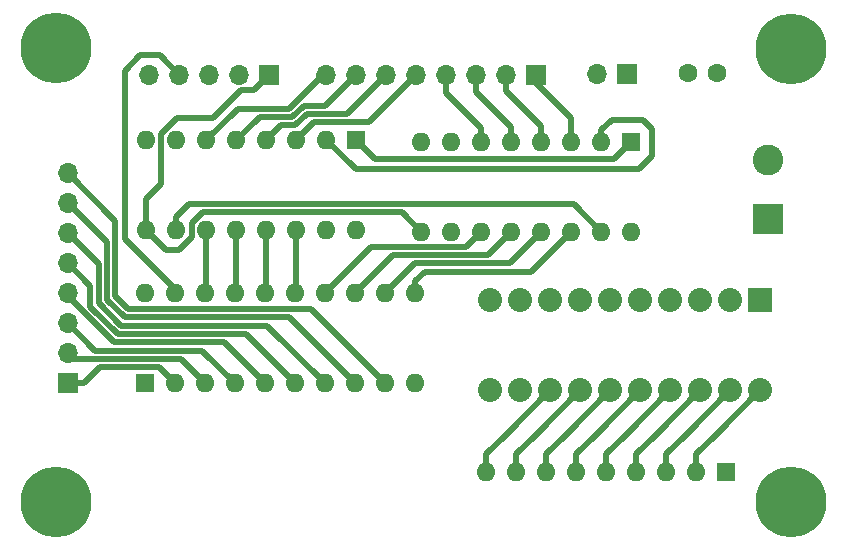
<source format=gbr>
%TF.GenerationSoftware,KiCad,Pcbnew,(5.1.9-0-10_14)*%
%TF.CreationDate,2021-06-13T16:28:19-04:00*%
%TF.ProjectId,COUNTER,434f554e-5445-4522-9e6b-696361645f70,rev?*%
%TF.SameCoordinates,Original*%
%TF.FileFunction,Copper,L1,Top*%
%TF.FilePolarity,Positive*%
%FSLAX46Y46*%
G04 Gerber Fmt 4.6, Leading zero omitted, Abs format (unit mm)*
G04 Created by KiCad (PCBNEW (5.1.9-0-10_14)) date 2021-06-13 16:28:19*
%MOMM*%
%LPD*%
G01*
G04 APERTURE LIST*
%TA.AperFunction,ComponentPad*%
%ADD10O,1.700000X1.700000*%
%TD*%
%TA.AperFunction,ComponentPad*%
%ADD11R,1.700000X1.700000*%
%TD*%
%TA.AperFunction,ComponentPad*%
%ADD12C,0.800000*%
%TD*%
%TA.AperFunction,ComponentPad*%
%ADD13C,6.000000*%
%TD*%
%TA.AperFunction,ComponentPad*%
%ADD14O,1.600000X1.600000*%
%TD*%
%TA.AperFunction,ComponentPad*%
%ADD15R,1.600000X1.600000*%
%TD*%
%TA.AperFunction,ComponentPad*%
%ADD16C,2.032000*%
%TD*%
%TA.AperFunction,ComponentPad*%
%ADD17R,2.032000X2.032000*%
%TD*%
%TA.AperFunction,ComponentPad*%
%ADD18C,2.600000*%
%TD*%
%TA.AperFunction,ComponentPad*%
%ADD19R,2.600000X2.600000*%
%TD*%
%TA.AperFunction,ComponentPad*%
%ADD20C,1.600000*%
%TD*%
%TA.AperFunction,Conductor*%
%ADD21C,0.500000*%
%TD*%
G04 APERTURE END LIST*
D10*
%TO.P,J22,5*%
%TO.N,CE*%
X88135500Y-36806000D03*
%TO.P,J22,4*%
%TO.N,OE*%
X90675500Y-36806000D03*
%TO.P,J22,3*%
%TO.N,CLOCK*%
X93215500Y-36806000D03*
%TO.P,J22,2*%
%TO.N,RESET*%
X95755500Y-36806000D03*
D11*
%TO.P,J22,1*%
%TO.N,JUMP*%
X98295500Y-36806000D03*
%TD*%
D12*
%TO.P,REF\u002A\u002A,1*%
%TO.N,N/C*%
X144082490Y-71427510D03*
X142491500Y-70768500D03*
X140900510Y-71427510D03*
X140241500Y-73018500D03*
X140900510Y-74609490D03*
X142491500Y-75268500D03*
X144082490Y-74609490D03*
X144741500Y-73018500D03*
D13*
X142491500Y-73018500D03*
%TD*%
%TO.P,REF\u002A\u002A,1*%
%TO.N,N/C*%
X80191500Y-73008500D03*
D12*
X82441500Y-73008500D03*
X81782490Y-74599490D03*
X80191500Y-75258500D03*
X78600510Y-74599490D03*
X77941500Y-73008500D03*
X78600510Y-71417510D03*
X80191500Y-70758500D03*
X81782490Y-71417510D03*
%TD*%
D13*
%TO.P,REF\u002A\u002A,1*%
%TO.N,N/C*%
X142461500Y-34608500D03*
D12*
X144711500Y-34608500D03*
X144052490Y-36199490D03*
X142461500Y-36858500D03*
X140870510Y-36199490D03*
X140211500Y-34608500D03*
X140870510Y-33017510D03*
X142461500Y-32358500D03*
X144052490Y-33017510D03*
%TD*%
%TO.P,REF\u002A\u002A,1*%
%TO.N,N/C*%
X81782490Y-32957510D03*
X80191500Y-32298500D03*
X78600510Y-32957510D03*
X77941500Y-34548500D03*
X78600510Y-36139490D03*
X80191500Y-36798500D03*
X81782490Y-36139490D03*
X82441500Y-34548500D03*
D13*
X80191500Y-34548500D03*
%TD*%
D14*
%TO.P,RN1,9*%
%TO.N,Net-(BAR1-Pad13)*%
X116641500Y-70458500D03*
%TO.P,RN1,8*%
%TO.N,Net-(BAR1-Pad14)*%
X119181500Y-70458500D03*
%TO.P,RN1,7*%
%TO.N,Net-(BAR1-Pad15)*%
X121721500Y-70458500D03*
%TO.P,RN1,6*%
%TO.N,Net-(BAR1-Pad16)*%
X124261500Y-70458500D03*
%TO.P,RN1,5*%
%TO.N,Net-(BAR1-Pad17)*%
X126801500Y-70458500D03*
%TO.P,RN1,4*%
%TO.N,Net-(BAR1-Pad18)*%
X129341500Y-70458500D03*
%TO.P,RN1,3*%
%TO.N,Net-(BAR1-Pad19)*%
X131881500Y-70458500D03*
%TO.P,RN1,2*%
%TO.N,Net-(BAR1-Pad20)*%
X134421500Y-70458500D03*
D15*
%TO.P,RN1,1*%
%TO.N,GND*%
X136961500Y-70458500D03*
%TD*%
D16*
%TO.P,BAR1,20*%
%TO.N,Net-(BAR1-Pad20)*%
X139871500Y-63498500D03*
%TO.P,BAR1,19*%
%TO.N,Net-(BAR1-Pad19)*%
X137331500Y-63498500D03*
%TO.P,BAR1,18*%
%TO.N,Net-(BAR1-Pad18)*%
X134791500Y-63498500D03*
%TO.P,BAR1,17*%
%TO.N,Net-(BAR1-Pad17)*%
X132251500Y-63498500D03*
%TO.P,BAR1,9*%
%TO.N,Net-(BAR1-Pad9)*%
X119551500Y-55878500D03*
%TO.P,BAR1,10*%
%TO.N,Net-(BAR1-Pad10)*%
X117011500Y-55878500D03*
%TO.P,BAR1,11*%
%TO.N,Net-(BAR1-Pad11)*%
X117011500Y-63498500D03*
%TO.P,BAR1,12*%
%TO.N,Net-(BAR1-Pad12)*%
X119551500Y-63498500D03*
%TO.P,BAR1,8*%
%TO.N,Net-(BAR1-Pad8)*%
X122091500Y-55878500D03*
%TO.P,BAR1,7*%
%TO.N,Net-(BAR1-Pad7)*%
X124631500Y-55878500D03*
%TO.P,BAR1,6*%
%TO.N,Net-(BAR1-Pad6)*%
X127171500Y-55878500D03*
%TO.P,BAR1,5*%
%TO.N,Net-(BAR1-Pad5)*%
X129711500Y-55878500D03*
%TO.P,BAR1,16*%
%TO.N,Net-(BAR1-Pad16)*%
X129711500Y-63498500D03*
%TO.P,BAR1,15*%
%TO.N,Net-(BAR1-Pad15)*%
X127171500Y-63498500D03*
%TO.P,BAR1,14*%
%TO.N,Net-(BAR1-Pad14)*%
X124631500Y-63498500D03*
%TO.P,BAR1,13*%
%TO.N,Net-(BAR1-Pad13)*%
X122091500Y-63498500D03*
%TO.P,BAR1,4*%
%TO.N,Net-(BAR1-Pad4)*%
X132251500Y-55878500D03*
%TO.P,BAR1,3*%
%TO.N,Net-(BAR1-Pad3)*%
X134791500Y-55878500D03*
%TO.P,BAR1,2*%
%TO.N,Net-(BAR1-Pad2)*%
X137331500Y-55878500D03*
D17*
%TO.P,BAR1,1*%
%TO.N,Net-(BAR1-Pad1)*%
X139871500Y-55878500D03*
%TD*%
D18*
%TO.P,J1,2*%
%TO.N,VCC*%
X140471500Y-43998500D03*
D19*
%TO.P,J1,1*%
%TO.N,GND*%
X140471500Y-48998500D03*
%TD*%
D10*
%TO.P,J23,8*%
%TO.N,D8*%
X103121500Y-36806000D03*
%TO.P,J23,7*%
%TO.N,D7*%
X105661500Y-36806000D03*
%TO.P,J23,6*%
%TO.N,D6*%
X108201500Y-36806000D03*
%TO.P,J23,5*%
%TO.N,D5*%
X110741500Y-36806000D03*
%TO.P,J23,4*%
%TO.N,D4*%
X113281500Y-36806000D03*
%TO.P,J23,3*%
%TO.N,D3*%
X115821500Y-36806000D03*
%TO.P,J23,2*%
%TO.N,D2*%
X118361500Y-36806000D03*
D11*
%TO.P,J23,1*%
%TO.N,D1*%
X120901500Y-36806000D03*
%TD*%
D10*
%TO.P,J24,8*%
%TO.N,Y1*%
X81244000Y-45168500D03*
%TO.P,J24,7*%
%TO.N,Y2*%
X81244000Y-47708500D03*
%TO.P,J24,6*%
%TO.N,Y3*%
X81244000Y-50248500D03*
%TO.P,J24,5*%
%TO.N,Y4*%
X81244000Y-52788500D03*
%TO.P,J24,4*%
%TO.N,Y5*%
X81244000Y-55328500D03*
%TO.P,J24,3*%
%TO.N,Y6*%
X81244000Y-57868500D03*
%TO.P,J24,2*%
%TO.N,Y7*%
X81244000Y-60408500D03*
D11*
%TO.P,J24,1*%
%TO.N,Y8*%
X81244000Y-62948500D03*
%TD*%
D14*
%TO.P,U14,16*%
%TO.N,VCC*%
X128936000Y-50101500D03*
%TO.P,U14,8*%
%TO.N,GND*%
X111156000Y-42481500D03*
%TO.P,U14,15*%
%TO.N,Net-(U12-Pad10)*%
X126396000Y-50101500D03*
%TO.P,U14,7*%
%TO.N,CE*%
X113696000Y-42481500D03*
%TO.P,U14,14*%
%TO.N,Net-(BAR1-Pad1)*%
X123856000Y-50101500D03*
%TO.P,U14,6*%
%TO.N,D4*%
X116236000Y-42481500D03*
%TO.P,U14,13*%
%TO.N,Net-(BAR1-Pad2)*%
X121316000Y-50101500D03*
%TO.P,U14,5*%
%TO.N,D3*%
X118776000Y-42481500D03*
%TO.P,U14,12*%
%TO.N,Net-(BAR1-Pad3)*%
X118776000Y-50101500D03*
%TO.P,U14,4*%
%TO.N,D2*%
X121316000Y-42481500D03*
%TO.P,U14,11*%
%TO.N,Net-(BAR1-Pad4)*%
X116236000Y-50101500D03*
%TO.P,U14,3*%
%TO.N,D1*%
X123856000Y-42481500D03*
%TO.P,U14,10*%
%TO.N,CE*%
X113696000Y-50101500D03*
%TO.P,U14,2*%
%TO.N,CLOCK*%
X126396000Y-42481500D03*
%TO.P,U14,9*%
%TO.N,JUMP*%
X111156000Y-50101500D03*
D15*
%TO.P,U14,1*%
%TO.N,RESET*%
X128936000Y-42481500D03*
%TD*%
D14*
%TO.P,U47,20*%
%TO.N,VCC*%
X87757000Y-55308500D03*
%TO.P,U47,10*%
%TO.N,GND*%
X110617000Y-62928500D03*
%TO.P,U47,19*%
%TO.N,OE*%
X90297000Y-55308500D03*
%TO.P,U47,9*%
%TO.N,Y1*%
X108077000Y-62928500D03*
%TO.P,U47,18*%
%TO.N,Net-(BAR1-Pad8)*%
X92837000Y-55308500D03*
%TO.P,U47,8*%
%TO.N,Y2*%
X105537000Y-62928500D03*
%TO.P,U47,17*%
%TO.N,Net-(BAR1-Pad7)*%
X95377000Y-55308500D03*
%TO.P,U47,7*%
%TO.N,Y3*%
X102997000Y-62928500D03*
%TO.P,U47,16*%
%TO.N,Net-(BAR1-Pad6)*%
X97917000Y-55308500D03*
%TO.P,U47,6*%
%TO.N,Y4*%
X100457000Y-62928500D03*
%TO.P,U47,15*%
%TO.N,Net-(BAR1-Pad5)*%
X100457000Y-55308500D03*
%TO.P,U47,5*%
%TO.N,Y5*%
X97917000Y-62928500D03*
%TO.P,U47,14*%
%TO.N,Net-(BAR1-Pad4)*%
X102997000Y-55308500D03*
%TO.P,U47,4*%
%TO.N,Y6*%
X95377000Y-62928500D03*
%TO.P,U47,13*%
%TO.N,Net-(BAR1-Pad3)*%
X105537000Y-55308500D03*
%TO.P,U47,3*%
%TO.N,Y7*%
X92837000Y-62928500D03*
%TO.P,U47,12*%
%TO.N,Net-(BAR1-Pad2)*%
X108077000Y-55308500D03*
%TO.P,U47,2*%
%TO.N,Y8*%
X90297000Y-62928500D03*
%TO.P,U47,11*%
%TO.N,Net-(BAR1-Pad1)*%
X110617000Y-55308500D03*
D15*
%TO.P,U47,1*%
%TO.N,GND*%
X87757000Y-62928500D03*
%TD*%
D14*
%TO.P,U12,16*%
%TO.N,VCC*%
X105664000Y-49974500D03*
%TO.P,U12,8*%
%TO.N,GND*%
X87884000Y-42354500D03*
%TO.P,U12,15*%
%TO.N,Net-(U12-Pad15)*%
X103124000Y-49974500D03*
%TO.P,U12,7*%
%TO.N,VCC*%
X90424000Y-42354500D03*
%TO.P,U12,14*%
%TO.N,Net-(BAR1-Pad5)*%
X100584000Y-49974500D03*
%TO.P,U12,6*%
%TO.N,D8*%
X92964000Y-42354500D03*
%TO.P,U12,13*%
%TO.N,Net-(BAR1-Pad6)*%
X98044000Y-49974500D03*
%TO.P,U12,5*%
%TO.N,D7*%
X95504000Y-42354500D03*
%TO.P,U12,12*%
%TO.N,Net-(BAR1-Pad7)*%
X95504000Y-49974500D03*
%TO.P,U12,4*%
%TO.N,D6*%
X98044000Y-42354500D03*
%TO.P,U12,11*%
%TO.N,Net-(BAR1-Pad8)*%
X92964000Y-49974500D03*
%TO.P,U12,3*%
%TO.N,D5*%
X100584000Y-42354500D03*
%TO.P,U12,10*%
%TO.N,Net-(U12-Pad10)*%
X90424000Y-49974500D03*
%TO.P,U12,2*%
%TO.N,CLOCK*%
X103124000Y-42354500D03*
%TO.P,U12,9*%
%TO.N,JUMP*%
X87884000Y-49974500D03*
D15*
%TO.P,U12,1*%
%TO.N,RESET*%
X105664000Y-42354500D03*
%TD*%
D10*
%TO.P,J10,2*%
%TO.N,VCC*%
X125989000Y-36719500D03*
D11*
%TO.P,J10,1*%
%TO.N,GND*%
X128529000Y-36719500D03*
%TD*%
D20*
%TO.P,C10,2*%
%TO.N,GND*%
X136231500Y-36628500D03*
%TO.P,C10,1*%
%TO.N,VCC*%
X133731500Y-36628500D03*
%TD*%
D21*
%TO.N,OE*%
X90675500Y-36806000D02*
X89018000Y-35148500D01*
X89018000Y-35148500D02*
X87351500Y-35148500D01*
X87351500Y-35148500D02*
X86041500Y-36458500D01*
X86041500Y-36458500D02*
X86041500Y-50728500D01*
X90297000Y-54984000D02*
X90297000Y-55308500D01*
X86041500Y-50728500D02*
X90297000Y-54984000D01*
%TO.N,CLOCK*%
X103124000Y-42354500D02*
X105598000Y-44828500D01*
X105598000Y-44828500D02*
X129611500Y-44828500D01*
X129611500Y-44828500D02*
X130721500Y-43718500D01*
X130721500Y-43718500D02*
X130721500Y-41408500D01*
X130721500Y-41408500D02*
X129911500Y-40598500D01*
X129911500Y-40598500D02*
X127261500Y-40598500D01*
X126396000Y-41464000D02*
X126396000Y-42481500D01*
X127261500Y-40598500D02*
X126396000Y-41464000D01*
%TO.N,RESET*%
X127489000Y-43928500D02*
X128936000Y-42481500D01*
X107238000Y-43928500D02*
X127489000Y-43928500D01*
X105664000Y-42354500D02*
X107238000Y-43928500D01*
%TO.N,JUMP*%
X96995499Y-38106001D02*
X95923999Y-38106001D01*
X98295500Y-36806000D02*
X96995499Y-38106001D01*
X95923999Y-38106001D02*
X93531500Y-40498500D01*
X89134001Y-41794497D02*
X89134001Y-46035999D01*
X90429998Y-40498500D02*
X89134001Y-41794497D01*
X93531500Y-40498500D02*
X90429998Y-40498500D01*
X87884000Y-47286000D02*
X87884000Y-49974500D01*
X89134001Y-46035999D02*
X87884000Y-47286000D01*
X87884000Y-49974500D02*
X89518000Y-51608500D01*
X91713999Y-49374499D02*
X92629998Y-48458500D01*
X91713999Y-50534503D02*
X91713999Y-49374499D01*
X90640002Y-51608500D02*
X91713999Y-50534503D01*
X89518000Y-51608500D02*
X90640002Y-51608500D01*
X109513000Y-48458500D02*
X111156000Y-50101500D01*
X92629998Y-48458500D02*
X109513000Y-48458500D01*
%TO.N,D8*%
X103121500Y-36806000D02*
X102814000Y-36806000D01*
X102814000Y-36806000D02*
X99921500Y-39698500D01*
X95620000Y-39698500D02*
X92964000Y-42354500D01*
X99921500Y-39698500D02*
X95620000Y-39698500D01*
%TO.N,D7*%
X100211454Y-40398511D02*
X97459989Y-40398511D01*
X103039000Y-39428500D02*
X101181464Y-39428500D01*
X101181464Y-39428500D02*
X100211454Y-40398511D01*
X105661500Y-36806000D02*
X103039000Y-39428500D01*
X97459989Y-40398511D02*
X95504000Y-42354500D01*
%TO.N,D6*%
X99299978Y-41098522D02*
X98044000Y-42354500D01*
X104878989Y-40128511D02*
X101471418Y-40128511D01*
X108201500Y-36806000D02*
X104878989Y-40128511D01*
X101471418Y-40128511D02*
X100501408Y-41098522D01*
X100501408Y-41098522D02*
X99299978Y-41098522D01*
%TO.N,D5*%
X106718979Y-40828521D02*
X102109979Y-40828521D01*
X110741500Y-36806000D02*
X106718979Y-40828521D01*
X102109979Y-40828521D02*
X100584000Y-42354500D01*
%TO.N,D4*%
X113281500Y-36806000D02*
X113281500Y-38368500D01*
X116236000Y-41323000D02*
X116236000Y-42481500D01*
X113281500Y-38368500D02*
X116236000Y-41323000D01*
%TO.N,D3*%
X115821500Y-36806000D02*
X115821500Y-38238500D01*
X118776000Y-41193000D02*
X118776000Y-42481500D01*
X115821500Y-38238500D02*
X118776000Y-41193000D01*
%TO.N,D2*%
X118361500Y-36806000D02*
X118361500Y-38158500D01*
X121316000Y-41113000D02*
X121316000Y-42481500D01*
X118361500Y-38158500D02*
X121316000Y-41113000D01*
%TO.N,D1*%
X120901500Y-36806000D02*
X120901500Y-37528500D01*
X123856000Y-40483000D02*
X123856000Y-42481500D01*
X120901500Y-37528500D02*
X123856000Y-40483000D01*
%TO.N,Y1*%
X101807000Y-56658500D02*
X108077000Y-62928500D01*
X85231500Y-55568500D02*
X86321500Y-56658500D01*
X85231500Y-49156000D02*
X85231500Y-55568500D01*
X81244000Y-45168500D02*
X85231500Y-49156000D01*
X86321500Y-56658500D02*
X101807000Y-56658500D01*
%TO.N,Y2*%
X81244000Y-47708500D02*
X84531489Y-50995989D01*
X99967011Y-57358511D02*
X105537000Y-62928500D01*
X86031546Y-57358511D02*
X99967011Y-57358511D01*
X84531489Y-50995989D02*
X84531489Y-55858454D01*
X84531489Y-55858454D02*
X86031546Y-57358511D01*
%TO.N,Y3*%
X83831478Y-56148408D02*
X85741592Y-58058522D01*
X85741592Y-58058522D02*
X98127022Y-58058522D01*
X83831478Y-52835978D02*
X83831478Y-56148408D01*
X81244000Y-50248500D02*
X83831478Y-52835978D01*
X98127022Y-58058522D02*
X102997000Y-62928500D01*
%TO.N,Y4*%
X83131467Y-56438362D02*
X85451638Y-58758533D01*
X83131467Y-54675967D02*
X83131467Y-56438362D01*
X85451638Y-58758533D02*
X96287033Y-58758533D01*
X81244000Y-52788500D02*
X83131467Y-54675967D01*
X96287033Y-58758533D02*
X100457000Y-62928500D01*
%TO.N,Y5*%
X97917000Y-62928500D02*
X94447044Y-59458544D01*
X85161684Y-59458544D02*
X81244000Y-55540860D01*
X81244000Y-55540860D02*
X81244000Y-55328500D01*
X94447044Y-59458544D02*
X85161684Y-59458544D01*
%TO.N,Y6*%
X92607055Y-60158555D02*
X95377000Y-62928500D01*
X83534055Y-60158555D02*
X92607055Y-60158555D01*
X81244000Y-57868500D02*
X83534055Y-60158555D01*
%TO.N,Y7*%
X81244000Y-60408500D02*
X81703989Y-60868489D01*
X81703989Y-60868489D02*
X90776989Y-60868489D01*
X90776989Y-60868489D02*
X92837000Y-62928500D01*
%TO.N,Y8*%
X88937000Y-61568500D02*
X90297000Y-62928500D01*
X83961500Y-61568500D02*
X88937000Y-61568500D01*
X82581500Y-62948500D02*
X83961500Y-61568500D01*
X81244000Y-62948500D02*
X82581500Y-62948500D01*
%TO.N,Net-(U12-Pad10)*%
X91508641Y-47758489D02*
X90424000Y-48843130D01*
X126396000Y-50101500D02*
X124052989Y-47758489D01*
X124052989Y-47758489D02*
X91508641Y-47758489D01*
X90424000Y-48843130D02*
X90424000Y-49974500D01*
%TO.N,Net-(BAR1-Pad20)*%
X134421500Y-68948500D02*
X136101500Y-67268500D01*
X136101500Y-67268500D02*
X139871500Y-63498500D01*
X134421500Y-70458500D02*
X134421500Y-68948500D01*
%TO.N,Net-(BAR1-Pad19)*%
X133561500Y-67268500D02*
X137331500Y-63498500D01*
X131881500Y-68948500D02*
X133561500Y-67268500D01*
X131881500Y-70458500D02*
X131881500Y-68948500D01*
%TO.N,Net-(BAR1-Pad18)*%
X131021500Y-67268500D02*
X134791500Y-63498500D01*
X129341500Y-68948500D02*
X131021500Y-67268500D01*
X129341500Y-70458500D02*
X129341500Y-68948500D01*
%TO.N,Net-(BAR1-Pad17)*%
X128481500Y-67268500D02*
X132251500Y-63498500D01*
X126801500Y-68948500D02*
X128481500Y-67268500D01*
X126801500Y-70458500D02*
X126801500Y-68948500D01*
%TO.N,Net-(BAR1-Pad8)*%
X92964000Y-55181500D02*
X92837000Y-55308500D01*
X92964000Y-49974500D02*
X92964000Y-55181500D01*
%TO.N,Net-(BAR1-Pad7)*%
X95504000Y-55181500D02*
X95377000Y-55308500D01*
X95504000Y-49974500D02*
X95504000Y-55181500D01*
%TO.N,Net-(BAR1-Pad6)*%
X98044000Y-55181500D02*
X97917000Y-55308500D01*
X98044000Y-49974500D02*
X98044000Y-55181500D01*
%TO.N,Net-(BAR1-Pad5)*%
X100584000Y-55181500D02*
X100457000Y-55308500D01*
X100584000Y-49974500D02*
X100584000Y-55181500D01*
%TO.N,Net-(BAR1-Pad16)*%
X125941500Y-67268500D02*
X129711500Y-63498500D01*
X124261500Y-68948500D02*
X125941500Y-67268500D01*
X124261500Y-70458500D02*
X124261500Y-68948500D01*
%TO.N,Net-(BAR1-Pad15)*%
X121721500Y-68948500D02*
X123401500Y-67268500D01*
X123401500Y-67268500D02*
X127171500Y-63498500D01*
X121721500Y-70458500D02*
X121721500Y-68948500D01*
%TO.N,Net-(BAR1-Pad14)*%
X119181500Y-68948500D02*
X120861500Y-67268500D01*
X120861500Y-67268500D02*
X124631500Y-63498500D01*
X119181500Y-70458500D02*
X119181500Y-68948500D01*
%TO.N,Net-(BAR1-Pad13)*%
X118321500Y-67268500D02*
X122091500Y-63498500D01*
X116641500Y-68948500D02*
X118321500Y-67268500D01*
X116641500Y-70458500D02*
X116641500Y-68948500D01*
%TO.N,Net-(BAR1-Pad4)*%
X116236000Y-50101500D02*
X114959033Y-51378467D01*
X114959033Y-51378467D02*
X106927033Y-51378467D01*
X106927033Y-51378467D02*
X102997000Y-55308500D01*
%TO.N,Net-(BAR1-Pad3)*%
X116799022Y-52078478D02*
X108767022Y-52078478D01*
X118776000Y-50101500D02*
X116799022Y-52078478D01*
X108767022Y-52078478D02*
X105537000Y-55308500D01*
%TO.N,Net-(BAR1-Pad2)*%
X121316000Y-50101500D02*
X118639011Y-52778489D01*
X118639011Y-52778489D02*
X110607011Y-52778489D01*
X110607011Y-52778489D02*
X108077000Y-55308500D01*
%TO.N,Net-(BAR1-Pad1)*%
X110617000Y-54313000D02*
X110617000Y-55308500D01*
X111451500Y-53478500D02*
X110617000Y-54313000D01*
X120479000Y-53478500D02*
X111451500Y-53478500D01*
X123856000Y-50101500D02*
X120479000Y-53478500D01*
%TD*%
M02*

</source>
